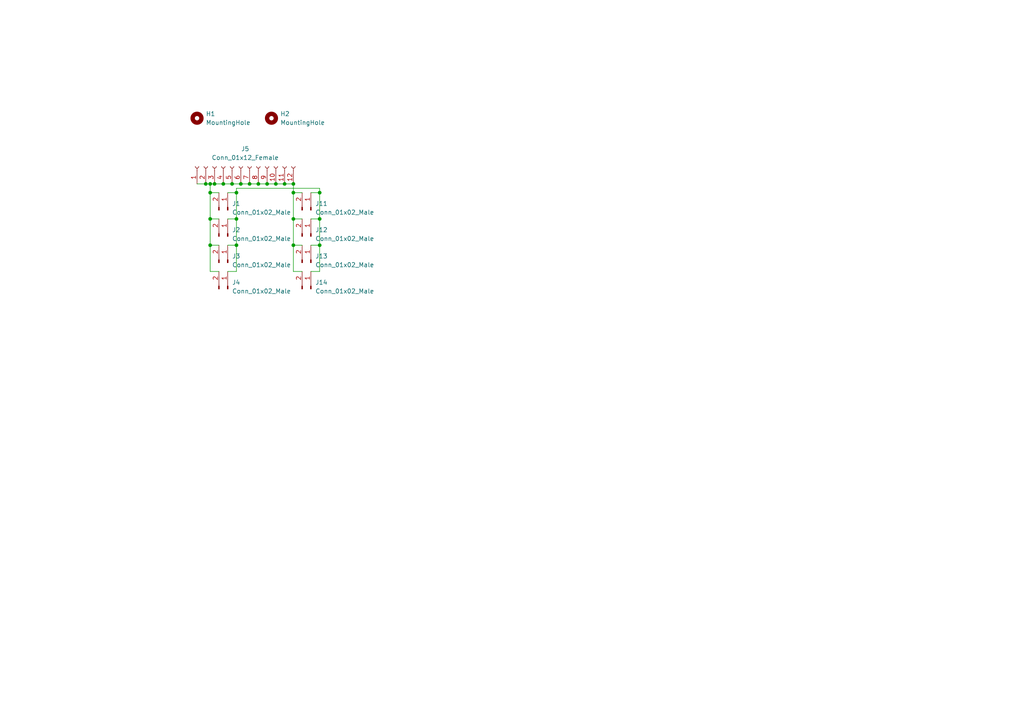
<source format=kicad_sch>
(kicad_sch (version 20211123) (generator eeschema)
  (paper "A4")
  (lib_symbols
    (symbol "Connector:Conn_01x02_Male" (pin_names (offset 1.016) hide)
      (property "Reference" "J" (at 0 2.54 0))
      (property "Value" "Conn_01x02_Male" (at 0 -5.08 0))
      (symbol "Conn_01x02_Male_1_1"
        (polyline (pts (xy 1.27 -2.54) (xy 0.8636 -2.54)) (stroke (width 0.1524)))
        (polyline (pts (xy 1.27 0) (xy 0.8636 0)) (stroke (width 0.1524)))
        (rectangle (start 0.8636 -2.413) (end 0 -2.667) (stroke (width 0.1524)) (fill (type outline)))
        (rectangle (start 0.8636 0.127) (end 0 -0.127) (stroke (width 0.1524)) (fill (type outline)))
        (pin passive line (at 5.08 0 180) (length 3.81) (name "Pin_1") (number "1"))
        (pin passive line (at 5.08 -2.54 180) (length 3.81) (name "Pin_2") (number "2"))
      )
    )
    (symbol "Connector:Conn_01x12_Female" (pin_names (offset 1.016) hide)
      (property "Reference" "J" (at 0 15.24 0))
      (property "Value" "Conn_01x12_Female" (at 0 -17.78 0))
      (symbol "Conn_01x12_Female_1_1"
        (arc (start 0 -14.732) (mid -0.508 -15.24) (end 0 -15.748) (stroke (width 0.1524)))
        (arc (start 0 -12.192) (mid -0.508 -12.7) (end 0 -13.208) (stroke (width 0.1524)))
        (arc (start 0 -9.652) (mid -0.508 -10.16) (end 0 -10.668) (stroke (width 0.1524)))
        (arc (start 0 -7.112) (mid -0.508 -7.62) (end 0 -8.128) (stroke (width 0.1524)))
        (arc (start 0 -4.572) (mid -0.508 -5.08) (end 0 -5.588) (stroke (width 0.1524)))
        (arc (start 0 -2.032) (mid -0.508 -2.54) (end 0 -3.048) (stroke (width 0.1524)))
        (polyline (pts (xy -1.27 -15.24) (xy -0.508 -15.24)) (stroke (width 0.1524)))
        (polyline (pts (xy -1.27 -12.7) (xy -0.508 -12.7)) (stroke (width 0.1524)))
        (polyline (pts (xy -1.27 -10.16) (xy -0.508 -10.16)) (stroke (width 0.1524)))
        (polyline (pts (xy -1.27 -7.62) (xy -0.508 -7.62)) (stroke (width 0.1524)))
        (polyline (pts (xy -1.27 -5.08) (xy -0.508 -5.08)) (stroke (width 0.1524)))
        (polyline (pts (xy -1.27 -2.54) (xy -0.508 -2.54)) (stroke (width 0.1524)))
        (polyline (pts (xy -1.27 0) (xy -0.508 0)) (stroke (width 0.1524)))
        (polyline (pts (xy -1.27 2.54) (xy -0.508 2.54)) (stroke (width 0.1524)))
        (polyline (pts (xy -1.27 5.08) (xy -0.508 5.08)) (stroke (width 0.1524)))
        (polyline (pts (xy -1.27 7.62) (xy -0.508 7.62)) (stroke (width 0.1524)))
        (polyline (pts (xy -1.27 10.16) (xy -0.508 10.16)) (stroke (width 0.1524)))
        (polyline (pts (xy -1.27 12.7) (xy -0.508 12.7)) (stroke (width 0.1524)))
        (arc (start 0 0.508) (mid -0.508 0) (end 0 -0.508) (stroke (width 0.1524)))
        (arc (start 0 3.048) (mid -0.508 2.54) (end 0 2.032) (stroke (width 0.1524)))
        (arc (start 0 5.588) (mid -0.508 5.08) (end 0 4.572) (stroke (width 0.1524)))
        (arc (start 0 8.128) (mid -0.508 7.62) (end 0 7.112) (stroke (width 0.1524)))
        (arc (start 0 10.668) (mid -0.508 10.16) (end 0 9.652) (stroke (width 0.1524)))
        (arc (start 0 13.208) (mid -0.508 12.7) (end 0 12.192) (stroke (width 0.1524)))
        (pin passive line (at -5.08 12.7 0) (length 3.81) (name "Pin_1") (number "1"))
        (pin passive line (at -5.08 -10.16 0) (length 3.81) (name "Pin_10") (number "10"))
        (pin passive line (at -5.08 -12.7 0) (length 3.81) (name "Pin_11") (number "11"))
        (pin passive line (at -5.08 -15.24 0) (length 3.81) (name "Pin_12") (number "12"))
        (pin passive line (at -5.08 10.16 0) (length 3.81) (name "Pin_2") (number "2"))
        (pin passive line (at -5.08 7.62 0) (length 3.81) (name "Pin_3") (number "3"))
        (pin passive line (at -5.08 5.08 0) (length 3.81) (name "Pin_4") (number "4"))
        (pin passive line (at -5.08 2.54 0) (length 3.81) (name "Pin_5") (number "5"))
        (pin passive line (at -5.08 0 0) (length 3.81) (name "Pin_6") (number "6"))
        (pin passive line (at -5.08 -2.54 0) (length 3.81) (name "Pin_7") (number "7"))
        (pin passive line (at -5.08 -5.08 0) (length 3.81) (name "Pin_8") (number "8"))
        (pin passive line (at -5.08 -7.62 0) (length 3.81) (name "Pin_9") (number "9"))
      )
    )
    (symbol "Mechanical:MountingHole" (pin_names (offset 1.016))
      (property "Reference" "H" (at 0 5.08 0))
      (property "Value" "MountingHole" (at 0 3.175 0))
      (symbol "MountingHole_0_1"
        (circle (center 0 0) (radius 1.27) (stroke (width 1.27)))
      )
    )
  )
  (junction (at 60.96 71.12))
  (junction (at 68.58 55.88))
  (junction (at 92.71 63.5))
  (junction (at 72.39 53.34))
  (junction (at 60.96 55.88))
  (junction (at 82.55 53.34))
  (junction (at 77.47 53.34))
  (junction (at 80.01 53.34))
  (junction (at 69.85 53.34))
  (junction (at 62.23 53.34))
  (junction (at 85.09 55.88))
  (junction (at 74.93 53.34))
  (junction (at 85.09 63.5))
  (junction (at 67.31 53.34))
  (junction (at 85.09 53.34))
  (junction (at 92.71 71.12))
  (junction (at 92.71 55.88))
  (junction (at 59.69 53.34))
  (junction (at 68.58 71.12))
  (junction (at 60.96 63.5))
  (junction (at 85.09 71.12))
  (junction (at 64.77 53.34))
  (junction (at 60.96 53.34))
  (junction (at 68.58 63.5))
  (wire (pts (xy 92.71 54.61) (xy 92.71 55.88)))
  (wire (pts (xy 60.96 53.34) (xy 60.96 55.88)))
  (wire (pts (xy 85.09 63.5) (xy 85.09 71.12)))
  (wire (pts (xy 92.71 63.5) (xy 92.71 71.12)))
  (wire (pts (xy 59.69 53.34) (xy 60.96 53.34)))
  (wire (pts (xy 85.09 78.74) (xy 87.63 78.74)))
  (wire (pts (xy 92.71 71.12) (xy 92.71 78.74)))
  (wire (pts (xy 66.04 63.5) (xy 68.58 63.5)))
  (wire (pts (xy 60.96 71.12) (xy 60.96 78.74)))
  (wire (pts (xy 66.04 55.88) (xy 68.58 55.88)))
  (wire (pts (xy 87.63 71.12) (xy 85.09 71.12)))
  (wire (pts (xy 87.63 63.5) (xy 85.09 63.5)))
  (wire (pts (xy 67.31 53.34) (xy 69.85 53.34)))
  (wire (pts (xy 87.63 55.88) (xy 85.09 55.88)))
  (wire (pts (xy 68.58 71.12) (xy 68.58 78.74)))
  (wire (pts (xy 60.96 53.34) (xy 62.23 53.34)))
  (wire (pts (xy 90.17 63.5) (xy 92.71 63.5)))
  (wire (pts (xy 60.96 55.88) (xy 60.96 63.5)))
  (wire (pts (xy 90.17 55.88) (xy 92.71 55.88)))
  (wire (pts (xy 69.85 53.34) (xy 72.39 53.34)))
  (wire (pts (xy 82.55 53.34) (xy 85.09 53.34)))
  (wire (pts (xy 72.39 53.34) (xy 74.93 53.34)))
  (wire (pts (xy 85.09 55.88) (xy 85.09 53.34)))
  (wire (pts (xy 60.96 63.5) (xy 60.96 71.12)))
  (wire (pts (xy 66.04 71.12) (xy 68.58 71.12)))
  (wire (pts (xy 60.96 63.5) (xy 63.5 63.5)))
  (wire (pts (xy 92.71 78.74) (xy 90.17 78.74)))
  (wire (pts (xy 90.17 71.12) (xy 92.71 71.12)))
  (wire (pts (xy 77.47 53.34) (xy 80.01 53.34)))
  (wire (pts (xy 62.23 53.34) (xy 64.77 53.34)))
  (wire (pts (xy 92.71 55.88) (xy 92.71 63.5)))
  (wire (pts (xy 68.58 55.88) (xy 68.58 63.5)))
  (wire (pts (xy 60.96 78.74) (xy 63.5 78.74)))
  (wire (pts (xy 64.77 53.34) (xy 67.31 53.34)))
  (wire (pts (xy 68.58 63.5) (xy 68.58 71.12)))
  (wire (pts (xy 68.58 54.61) (xy 92.71 54.61)))
  (wire (pts (xy 80.01 53.34) (xy 82.55 53.34)))
  (wire (pts (xy 63.5 55.88) (xy 60.96 55.88)))
  (wire (pts (xy 85.09 55.88) (xy 85.09 63.5)))
  (wire (pts (xy 68.58 78.74) (xy 66.04 78.74)))
  (wire (pts (xy 57.15 53.34) (xy 59.69 53.34)))
  (wire (pts (xy 85.09 71.12) (xy 85.09 78.74)))
  (wire (pts (xy 60.96 71.12) (xy 63.5 71.12)))
  (wire (pts (xy 68.58 55.88) (xy 68.58 54.61)))
  (wire (pts (xy 74.93 53.34) (xy 77.47 53.34)))
  (symbol (lib_id "Mechanical:MountingHole") (at 78.74 34.29 0) (unit 1)
    (property "Reference" "H2" (at 81.28 33.0199 0) (effects (justify left)))
    (property "Value" "MountingHole" (at 81.28 35.5599 0) (effects (justify left)))
    (property "Footprint" "MountingHole:MountingHole_3.2mm_M3" (effects hide))
  )
  (symbol (lib_id "Connector:Conn_01x02_Male") (at 90.17 83.82 270) (mirror x) (unit 1)
    (property "Reference" "J14" (at 91.44 81.9149 90) (effects (justify left)))
    (property "Value" "Conn_01x02_Male" (at 91.44 84.4549 90) (effects (justify left)))
    (property "Footprint" "Connector_Molex:Molex_KK-254_AE-6410-02A_1x02_P2.54mm_Vertical" (effects hide))
  )
  (symbol (lib_id "Connector:Conn_01x02_Male") (at 66.04 76.2 270) (mirror x) (unit 1)
    (property "Reference" "J3" (at 67.31 74.2949 90) (effects (justify left)))
    (property "Value" "Conn_01x02_Male" (at 67.31 76.8349 90) (effects (justify left)))
    (property "Footprint" "Connector_Molex:Molex_KK-396_A-41791-0002_1x02_P3.96mm_Vertical" (effects hide))
  )
  (symbol (lib_id "Connector:Conn_01x12_Female") (at 69.85 48.26 90) (unit 1)
    (property "Reference" "J5" (at 71.12 43.18 90))
    (property "Value" "Conn_01x12_Female" (at 71.12 45.72 90))
    (property "Footprint" "Connector_PinHeader_2.54mm:PinHeader_1x12_P2.54mm_Vertical" (effects hide))
  )
  (symbol (lib_id "Connector:Conn_01x02_Male") (at 90.17 60.96 270) (mirror x) (unit 1)
    (property "Reference" "J11" (at 91.44 59.0549 90) (effects (justify left)))
    (property "Value" "Conn_01x02_Male" (at 91.44 61.5949 90) (effects (justify left)))
    (property "Footprint" "Connector_Molex:Molex_KK-254_AE-6410-02A_1x02_P2.54mm_Vertical" (effects hide))
  )
  (symbol (lib_id "Connector:Conn_01x02_Male") (at 90.17 76.2 270) (mirror x) (unit 1)
    (property "Reference" "J13" (at 91.44 74.2949 90) (effects (justify left)))
    (property "Value" "Conn_01x02_Male" (at 91.44 76.8349 90) (effects (justify left)))
    (property "Footprint" "Connector_Molex:Molex_KK-254_AE-6410-02A_1x02_P2.54mm_Vertical" (effects hide))
  )
  (symbol (lib_id "Connector:Conn_01x02_Male") (at 90.17 68.58 270) (mirror x) (unit 1)
    (property "Reference" "J12" (at 91.44 66.6749 90) (effects (justify left)))
    (property "Value" "Conn_01x02_Male" (at 91.44 69.2149 90) (effects (justify left)))
    (property "Footprint" "Connector_Molex:Molex_KK-254_AE-6410-02A_1x02_P2.54mm_Vertical" (effects hide))
  )
  (symbol (lib_id "Connector:Conn_01x02_Male") (at 66.04 68.58 270) (mirror x) (unit 1)
    (property "Reference" "J2" (at 67.31 66.6749 90) (effects (justify left)))
    (property "Value" "Conn_01x02_Male" (at 67.31 69.2149 90) (effects (justify left)))
    (property "Footprint" "Connector_Molex:Molex_KK-396_A-41791-0002_1x02_P3.96mm_Vertical" (effects hide))
  )
  (symbol (lib_id "Connector:Conn_01x02_Male") (at 66.04 60.96 270) (mirror x) (unit 1)
    (property "Reference" "J1" (at 67.31 59.0549 90) (effects (justify left)))
    (property "Value" "Conn_01x02_Male" (at 67.31 61.5949 90) (effects (justify left)))
    (property "Footprint" "Connector_Molex:Molex_KK-396_A-41791-0002_1x02_P3.96mm_Vertical" (effects hide))
  )
  (symbol (lib_id "Mechanical:MountingHole") (at 57.15 34.29 0) (unit 1)
    (property "Reference" "H1" (at 59.69 33.0199 0) (effects (justify left)))
    (property "Value" "MountingHole" (at 59.69 35.5599 0) (effects (justify left)))
    (property "Footprint" "MountingHole:MountingHole_3.2mm_M3" (effects hide))
  )
  (symbol (lib_id "Connector:Conn_01x02_Male") (at 66.04 83.82 270) (mirror x) (unit 1)
    (property "Reference" "J4" (at 67.31 81.9149 90) (effects (justify left)))
    (property "Value" "Conn_01x02_Male" (at 67.31 84.4549 90) (effects (justify left)))
    (property "Footprint" "Connector_Molex:Molex_KK-396_A-41791-0002_1x02_P3.96mm_Vertical" (effects hide))
  )
)
</source>
